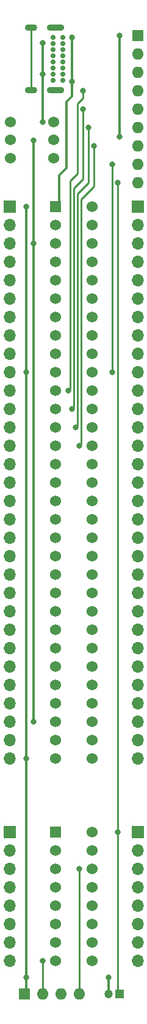
<source format=gbr>
G04 #@! TF.GenerationSoftware,KiCad,Pcbnew,(5.1.8)-1*
G04 #@! TF.CreationDate,2022-11-03T13:55:50-06:00*
G04 #@! TF.ProjectId,Breadboard Adapter,42726561-6462-46f6-9172-642041646170,rev?*
G04 #@! TF.SameCoordinates,Original*
G04 #@! TF.FileFunction,Copper,L2,Bot*
G04 #@! TF.FilePolarity,Positive*
%FSLAX46Y46*%
G04 Gerber Fmt 4.6, Leading zero omitted, Abs format (unit mm)*
G04 Created by KiCad (PCBNEW (5.1.8)-1) date 2022-11-03 13:55:50*
%MOMM*%
%LPD*%
G01*
G04 APERTURE LIST*
G04 #@! TA.AperFunction,ComponentPad*
%ADD10O,1.700000X1.700000*%
G04 #@! TD*
G04 #@! TA.AperFunction,ComponentPad*
%ADD11R,1.700000X1.700000*%
G04 #@! TD*
G04 #@! TA.AperFunction,ComponentPad*
%ADD12C,1.524000*%
G04 #@! TD*
G04 #@! TA.AperFunction,ComponentPad*
%ADD13O,1.600000X1.600000*%
G04 #@! TD*
G04 #@! TA.AperFunction,ComponentPad*
%ADD14R,1.600000X1.600000*%
G04 #@! TD*
G04 #@! TA.AperFunction,ComponentPad*
%ADD15R,1.524000X1.524000*%
G04 #@! TD*
G04 #@! TA.AperFunction,ComponentPad*
%ADD16O,1.700000X0.900000*%
G04 #@! TD*
G04 #@! TA.AperFunction,ComponentPad*
%ADD17O,2.400000X0.900000*%
G04 #@! TD*
G04 #@! TA.AperFunction,ComponentPad*
%ADD18C,0.700000*%
G04 #@! TD*
G04 #@! TA.AperFunction,ComponentPad*
%ADD19C,1.200000*%
G04 #@! TD*
G04 #@! TA.AperFunction,ComponentPad*
%ADD20R,1.200000X1.200000*%
G04 #@! TD*
G04 #@! TA.AperFunction,ViaPad*
%ADD21C,0.800000*%
G04 #@! TD*
G04 #@! TA.AperFunction,Conductor*
%ADD22C,0.250000*%
G04 #@! TD*
G04 #@! TA.AperFunction,Conductor*
%ADD23C,0.330200*%
G04 #@! TD*
G04 APERTURE END LIST*
D10*
G04 #@! TO.P,J6,8*
G04 #@! TO.N,/SPK_OUT*
X111760000Y-142240000D03*
G04 #@! TO.P,J6,7*
G04 #@! TO.N,/SPK_GO*
X111760000Y-139700000D03*
G04 #@! TO.P,J6,6*
G04 #@! TO.N,/HF_PCLK*
X111760000Y-137160000D03*
G04 #@! TO.P,J6,5*
G04 #@! TO.N,/DRQ0*
X111760000Y-134620000D03*
G04 #@! TO.P,J6,4*
G04 #@! TO.N,/HOLDA*
X111760000Y-132080000D03*
G04 #@! TO.P,J6,3*
G04 #@! TO.N,/HOLD*
X111760000Y-129540000D03*
G04 #@! TO.P,J6,2*
G04 #@! TO.N,/READY*
X111760000Y-127000000D03*
D11*
G04 #@! TO.P,J6,1*
G04 #@! TO.N,/RESET*
X111760000Y-124460000D03*
G04 #@! TD*
D10*
G04 #@! TO.P,J5,8*
G04 #@! TO.N,/NMI*
X93980000Y-142240000D03*
G04 #@! TO.P,J5,7*
G04 #@! TO.N,/PIN7*
X93980000Y-139700000D03*
G04 #@! TO.P,J5,6*
G04 #@! TO.N,/IO_008X*
X93980000Y-137160000D03*
G04 #@! TO.P,J5,5*
G04 #@! TO.N,/IO_006X*
X93980000Y-134620000D03*
G04 #@! TO.P,J5,4*
G04 #@! TO.N,/IO_004X*
X93980000Y-132080000D03*
G04 #@! TO.P,J5,3*
G04 #@! TO.N,/IO_002X*
X93980000Y-129540000D03*
G04 #@! TO.P,J5,2*
G04 #@! TO.N,/IO_000X*
X93980000Y-127000000D03*
D11*
G04 #@! TO.P,J5,1*
G04 #@! TO.N,/IRQ1*
X93980000Y-124460000D03*
G04 #@! TD*
D10*
G04 #@! TO.P,J4,31*
G04 #@! TO.N,/A0*
X111760000Y-114300000D03*
G04 #@! TO.P,J4,30*
G04 #@! TO.N,/A1*
X111760000Y-111760000D03*
G04 #@! TO.P,J4,29*
G04 #@! TO.N,/A2*
X111760000Y-109220000D03*
G04 #@! TO.P,J4,28*
G04 #@! TO.N,/A3*
X111760000Y-106680000D03*
G04 #@! TO.P,J4,27*
G04 #@! TO.N,/A4*
X111760000Y-104140000D03*
G04 #@! TO.P,J4,26*
G04 #@! TO.N,/A5*
X111760000Y-101600000D03*
G04 #@! TO.P,J4,25*
G04 #@! TO.N,/A6*
X111760000Y-99060000D03*
G04 #@! TO.P,J4,24*
G04 #@! TO.N,/A7*
X111760000Y-96520000D03*
G04 #@! TO.P,J4,23*
G04 #@! TO.N,/A8*
X111760000Y-93980000D03*
G04 #@! TO.P,J4,22*
G04 #@! TO.N,/A9*
X111760000Y-91440000D03*
G04 #@! TO.P,J4,21*
G04 #@! TO.N,/A10*
X111760000Y-88900000D03*
G04 #@! TO.P,J4,20*
G04 #@! TO.N,/A11*
X111760000Y-86360000D03*
G04 #@! TO.P,J4,19*
G04 #@! TO.N,/A12*
X111760000Y-83820000D03*
G04 #@! TO.P,J4,18*
G04 #@! TO.N,/A13*
X111760000Y-81280000D03*
G04 #@! TO.P,J4,17*
G04 #@! TO.N,/A14*
X111760000Y-78740000D03*
G04 #@! TO.P,J4,16*
G04 #@! TO.N,/A15*
X111760000Y-76200000D03*
G04 #@! TO.P,J4,15*
G04 #@! TO.N,/A16*
X111760000Y-73660000D03*
G04 #@! TO.P,J4,14*
G04 #@! TO.N,/A17*
X111760000Y-71120000D03*
G04 #@! TO.P,J4,13*
G04 #@! TO.N,/A18*
X111760000Y-68580000D03*
G04 #@! TO.P,J4,12*
G04 #@! TO.N,/A19*
X111760000Y-66040000D03*
G04 #@! TO.P,J4,11*
G04 #@! TO.N,/AEN*
X111760000Y-63500000D03*
G04 #@! TO.P,J4,10*
G04 #@! TO.N,/RDY1*
X111760000Y-60960000D03*
G04 #@! TO.P,J4,9*
G04 #@! TO.N,/D0*
X111760000Y-58420000D03*
G04 #@! TO.P,J4,8*
G04 #@! TO.N,/D1*
X111760000Y-55880000D03*
G04 #@! TO.P,J4,7*
G04 #@! TO.N,/D2*
X111760000Y-53340000D03*
G04 #@! TO.P,J4,6*
G04 #@! TO.N,/D3*
X111760000Y-50800000D03*
G04 #@! TO.P,J4,5*
G04 #@! TO.N,/D4*
X111760000Y-48260000D03*
G04 #@! TO.P,J4,4*
G04 #@! TO.N,/D5*
X111760000Y-45720000D03*
G04 #@! TO.P,J4,3*
G04 #@! TO.N,/D6*
X111760000Y-43180000D03*
G04 #@! TO.P,J4,2*
G04 #@! TO.N,/D7*
X111760000Y-40640000D03*
D11*
G04 #@! TO.P,J4,1*
G04 #@! TO.N,/CH_CK*
X111760000Y-38100000D03*
G04 #@! TD*
D10*
G04 #@! TO.P,J3,31*
G04 #@! TO.N,/GND*
X93980000Y-114300000D03*
G04 #@! TO.P,J3,30*
G04 #@! TO.N,/OSC88*
X93980000Y-111760000D03*
G04 #@! TO.P,J3,29*
G04 #@! TO.N,/5+*
X93980000Y-109220000D03*
G04 #@! TO.P,J3,28*
G04 #@! TO.N,/ALE*
X93980000Y-106680000D03*
G04 #@! TO.P,J3,27*
G04 #@! TO.N,/TC*
X93980000Y-104140000D03*
G04 #@! TO.P,J3,26*
G04 #@! TO.N,/DACK2*
X93980000Y-101600000D03*
G04 #@! TO.P,J3,25*
G04 #@! TO.N,/IRQ3*
X93980000Y-99060000D03*
G04 #@! TO.P,J3,24*
G04 #@! TO.N,/IRQ4*
X93980000Y-96520000D03*
G04 #@! TO.P,J3,23*
G04 #@! TO.N,/IRQ5*
X93980000Y-93980000D03*
G04 #@! TO.P,J3,22*
G04 #@! TO.N,/IRQ6*
X93980000Y-91440000D03*
G04 #@! TO.P,J3,21*
G04 #@! TO.N,/IRQ7*
X93980000Y-88900000D03*
G04 #@! TO.P,J3,20*
G04 #@! TO.N,/CLK88*
X93980000Y-86360000D03*
G04 #@! TO.P,J3,19*
G04 #@! TO.N,/REFRQ*
X93980000Y-83820000D03*
G04 #@! TO.P,J3,18*
G04 #@! TO.N,/DRQ1*
X93980000Y-81280000D03*
G04 #@! TO.P,J3,17*
G04 #@! TO.N,/DACK1*
X93980000Y-78740000D03*
G04 #@! TO.P,J3,16*
G04 #@! TO.N,/DRQ3*
X93980000Y-76200000D03*
G04 #@! TO.P,J3,15*
G04 #@! TO.N,/DACK3*
X93980000Y-73660000D03*
G04 #@! TO.P,J3,14*
G04 #@! TO.N,/IORD*
X93980000Y-71120000D03*
G04 #@! TO.P,J3,13*
G04 #@! TO.N,/IOWR*
X93980000Y-68580000D03*
G04 #@! TO.P,J3,12*
G04 #@! TO.N,/MRD*
X93980000Y-66040000D03*
G04 #@! TO.P,J3,11*
G04 #@! TO.N,/MWR*
X93980000Y-63500000D03*
G04 #@! TO.P,J3,10*
G04 #@! TO.N,/GND*
X93980000Y-60960000D03*
G04 #@! TO.P,J3,9*
G04 #@! TO.N,/12+*
X93980000Y-58420000D03*
G04 #@! TO.P,J3,8*
G04 #@! TO.N,/NC*
X93980000Y-55880000D03*
G04 #@! TO.P,J3,7*
G04 #@! TO.N,/12-*
X93980000Y-53340000D03*
G04 #@! TO.P,J3,6*
G04 #@! TO.N,/DRQ2*
X93980000Y-50800000D03*
G04 #@! TO.P,J3,5*
G04 #@! TO.N,/5-*
X93980000Y-48260000D03*
G04 #@! TO.P,J3,4*
G04 #@! TO.N,/IRQ2*
X93980000Y-45720000D03*
G04 #@! TO.P,J3,3*
G04 #@! TO.N,/5+*
X93980000Y-43180000D03*
G04 #@! TO.P,J3,2*
G04 #@! TO.N,/RESOUT*
X93980000Y-40640000D03*
D11*
G04 #@! TO.P,J3,1*
G04 #@! TO.N,/GND*
X93980000Y-38100000D03*
G04 #@! TD*
D12*
G04 #@! TO.P,SW1,6*
G04 #@! TO.N,Net-(SW1-Pad6)*
X94076000Y-31416000D03*
G04 #@! TO.P,SW1,5*
G04 #@! TO.N,Net-(SW1-Pad5)*
X94076000Y-28916000D03*
G04 #@! TO.P,SW1,4*
G04 #@! TO.N,Net-(SW1-Pad4)*
X94076000Y-26416000D03*
G04 #@! TO.P,SW1,3*
G04 #@! TO.N,/POWER_SUPPLY*
X100076000Y-26416000D03*
G04 #@! TO.P,SW1,2*
G04 #@! TO.N,/5+*
X100076000Y-28916000D03*
G04 #@! TO.P,SW1,1*
G04 #@! TO.N,Net-(SW1-Pad1)*
X100076000Y-31416000D03*
G04 #@! TD*
D13*
G04 #@! TO.P,RN2,4*
G04 #@! TO.N,/HOLD*
X103632000Y-146812000D03*
G04 #@! TO.P,RN2,3*
G04 #@! TO.N,Net-(RN2-Pad3)*
X101092000Y-146812000D03*
G04 #@! TO.P,RN2,2*
G04 #@! TO.N,/NMI*
X98552000Y-146812000D03*
D14*
G04 #@! TO.P,RN2,1*
G04 #@! TO.N,/GND*
X96012000Y-146812000D03*
G04 #@! TD*
D13*
G04 #@! TO.P,RN1,9*
G04 #@! TO.N,/RESET*
X111760000Y-34798000D03*
G04 #@! TO.P,RN1,8*
G04 #@! TO.N,/RDY1*
X111760000Y-32258000D03*
G04 #@! TO.P,RN1,7*
G04 #@! TO.N,/IORD*
X111760000Y-29718000D03*
G04 #@! TO.P,RN1,6*
G04 #@! TO.N,/IOWR*
X111760000Y-27178000D03*
G04 #@! TO.P,RN1,5*
G04 #@! TO.N,/MRD*
X111760000Y-24638000D03*
G04 #@! TO.P,RN1,4*
G04 #@! TO.N,/MWR*
X111760000Y-22098000D03*
G04 #@! TO.P,RN1,3*
G04 #@! TO.N,Net-(RN1-Pad3)*
X111760000Y-19558000D03*
G04 #@! TO.P,RN1,2*
G04 #@! TO.N,Net-(RN1-Pad2)*
X111760000Y-17018000D03*
D14*
G04 #@! TO.P,RN1,1*
G04 #@! TO.N,/5+*
X111760000Y-14478000D03*
G04 #@! TD*
D12*
G04 #@! TO.P,J9,62*
G04 #@! TO.N,/A0*
X105410000Y-114300000D03*
G04 #@! TO.P,J9,61*
G04 #@! TO.N,/A1*
X105410000Y-111760000D03*
G04 #@! TO.P,J9,60*
G04 #@! TO.N,/A2*
X105410000Y-109220000D03*
G04 #@! TO.P,J9,59*
G04 #@! TO.N,/A3*
X105410000Y-106680000D03*
G04 #@! TO.P,J9,58*
G04 #@! TO.N,/A4*
X105410000Y-104140000D03*
G04 #@! TO.P,J9,57*
G04 #@! TO.N,/A5*
X105410000Y-101600000D03*
G04 #@! TO.P,J9,56*
G04 #@! TO.N,/A6*
X105410000Y-99060000D03*
G04 #@! TO.P,J9,55*
G04 #@! TO.N,/A7*
X105410000Y-96520000D03*
G04 #@! TO.P,J9,54*
G04 #@! TO.N,/A8*
X105410000Y-93980000D03*
G04 #@! TO.P,J9,53*
G04 #@! TO.N,/A9*
X105410000Y-91440000D03*
G04 #@! TO.P,J9,52*
G04 #@! TO.N,/A10*
X105410000Y-88900000D03*
G04 #@! TO.P,J9,51*
G04 #@! TO.N,/A11*
X105410000Y-86360000D03*
G04 #@! TO.P,J9,50*
G04 #@! TO.N,/A12*
X105410000Y-83820000D03*
G04 #@! TO.P,J9,49*
G04 #@! TO.N,/A13*
X105410000Y-81280000D03*
G04 #@! TO.P,J9,48*
G04 #@! TO.N,/A14*
X105410000Y-78740000D03*
G04 #@! TO.P,J9,47*
G04 #@! TO.N,/A15*
X105410000Y-76200000D03*
G04 #@! TO.P,J9,46*
G04 #@! TO.N,/A16*
X105410000Y-73660000D03*
G04 #@! TO.P,J9,45*
G04 #@! TO.N,/A17*
X105410000Y-71120000D03*
G04 #@! TO.P,J9,44*
G04 #@! TO.N,/A18*
X105410000Y-68580000D03*
G04 #@! TO.P,J9,43*
G04 #@! TO.N,/A19*
X105410000Y-66040000D03*
G04 #@! TO.P,J9,42*
G04 #@! TO.N,/AEN*
X105410000Y-63500000D03*
G04 #@! TO.P,J9,41*
G04 #@! TO.N,/RDY1*
X105410000Y-60960000D03*
G04 #@! TO.P,J9,40*
G04 #@! TO.N,/D0*
X105410000Y-58420000D03*
G04 #@! TO.P,J9,39*
G04 #@! TO.N,/D1*
X105410000Y-55880000D03*
G04 #@! TO.P,J9,38*
G04 #@! TO.N,/D2*
X105410000Y-53340000D03*
G04 #@! TO.P,J9,37*
G04 #@! TO.N,/D3*
X105410000Y-50800000D03*
G04 #@! TO.P,J9,36*
G04 #@! TO.N,/D4*
X105410000Y-48260000D03*
G04 #@! TO.P,J9,35*
G04 #@! TO.N,/D5*
X105410000Y-45720000D03*
G04 #@! TO.P,J9,34*
G04 #@! TO.N,/D6*
X105410000Y-43180000D03*
G04 #@! TO.P,J9,33*
G04 #@! TO.N,/D7*
X105410000Y-40640000D03*
G04 #@! TO.P,J9,32*
G04 #@! TO.N,/CH_CK*
X105410000Y-38100000D03*
G04 #@! TO.P,J9,31*
G04 #@! TO.N,/GND*
X100330000Y-114300000D03*
G04 #@! TO.P,J9,30*
G04 #@! TO.N,/OSC88*
X100330000Y-111760000D03*
G04 #@! TO.P,J9,29*
G04 #@! TO.N,/5+*
X100330000Y-109220000D03*
G04 #@! TO.P,J9,28*
G04 #@! TO.N,/ALE*
X100330000Y-106680000D03*
G04 #@! TO.P,J9,27*
G04 #@! TO.N,/TC*
X100330000Y-104140000D03*
G04 #@! TO.P,J9,26*
G04 #@! TO.N,/DACK2*
X100330000Y-101600000D03*
G04 #@! TO.P,J9,25*
G04 #@! TO.N,/IRQ3*
X100330000Y-99060000D03*
G04 #@! TO.P,J9,24*
G04 #@! TO.N,/IRQ4*
X100330000Y-96520000D03*
G04 #@! TO.P,J9,23*
G04 #@! TO.N,/IRQ5*
X100330000Y-93980000D03*
G04 #@! TO.P,J9,22*
G04 #@! TO.N,/IRQ6*
X100330000Y-91440000D03*
G04 #@! TO.P,J9,21*
G04 #@! TO.N,/IRQ7*
X100330000Y-88900000D03*
G04 #@! TO.P,J9,20*
G04 #@! TO.N,/CLK88*
X100330000Y-86360000D03*
G04 #@! TO.P,J9,19*
G04 #@! TO.N,/REFRQ*
X100330000Y-83820000D03*
G04 #@! TO.P,J9,18*
G04 #@! TO.N,/DRQ1*
X100330000Y-81280000D03*
G04 #@! TO.P,J9,17*
G04 #@! TO.N,/DACK1*
X100330000Y-78740000D03*
G04 #@! TO.P,J9,16*
G04 #@! TO.N,/DRQ3*
X100330000Y-76200000D03*
G04 #@! TO.P,J9,15*
G04 #@! TO.N,/DACK3*
X100330000Y-73660000D03*
G04 #@! TO.P,J9,14*
G04 #@! TO.N,/IORD*
X100330000Y-71120000D03*
G04 #@! TO.P,J9,13*
G04 #@! TO.N,/IOWR*
X100330000Y-68580000D03*
G04 #@! TO.P,J9,12*
G04 #@! TO.N,/MRD*
X100330000Y-66040000D03*
G04 #@! TO.P,J9,11*
G04 #@! TO.N,/MWR*
X100330000Y-63500000D03*
G04 #@! TO.P,J9,10*
G04 #@! TO.N,/GND*
X100330000Y-60960000D03*
G04 #@! TO.P,J9,9*
G04 #@! TO.N,/12+*
X100330000Y-58420000D03*
G04 #@! TO.P,J9,8*
G04 #@! TO.N,/NC*
X100330000Y-55880000D03*
G04 #@! TO.P,J9,7*
G04 #@! TO.N,/12-*
X100330000Y-53340000D03*
G04 #@! TO.P,J9,6*
G04 #@! TO.N,/DRQ2*
X100330000Y-50800000D03*
G04 #@! TO.P,J9,5*
G04 #@! TO.N,/5-*
X100330000Y-48260000D03*
G04 #@! TO.P,J9,4*
G04 #@! TO.N,/IRQ2*
X100330000Y-45720000D03*
G04 #@! TO.P,J9,3*
G04 #@! TO.N,/5+*
X100330000Y-43180000D03*
G04 #@! TO.P,J9,2*
G04 #@! TO.N,/RESOUT*
X100330000Y-40640000D03*
D15*
G04 #@! TO.P,J9,1*
G04 #@! TO.N,/GND*
X100330000Y-38100000D03*
G04 #@! TD*
D16*
G04 #@! TO.P,J2,S1*
G04 #@! TO.N,Net-(J2-PadS1)*
X96986000Y-22032000D03*
X96986000Y-13382000D03*
D17*
X100366000Y-22032000D03*
X100366000Y-13382000D03*
D18*
G04 #@! TO.P,J2,B6*
G04 #@! TO.N,Net-(J2-PadB6)*
X99996000Y-18132000D03*
G04 #@! TO.P,J2,B1*
G04 #@! TO.N,/GND*
X99996000Y-20682000D03*
G04 #@! TO.P,J2,B4*
G04 #@! TO.N,/POWER_SUPPLY*
X99996000Y-19832000D03*
G04 #@! TO.P,J2,B5*
G04 #@! TO.N,Net-(J2-PadB5)*
X99996000Y-18982000D03*
G04 #@! TO.P,J2,B12*
G04 #@! TO.N,/GND*
X99996000Y-14732000D03*
G04 #@! TO.P,J2,B8*
G04 #@! TO.N,Net-(J2-PadB8)*
X99996000Y-16432000D03*
G04 #@! TO.P,J2,B7*
G04 #@! TO.N,Net-(J2-PadB7)*
X99996000Y-17282000D03*
G04 #@! TO.P,J2,B9*
G04 #@! TO.N,/POWER_SUPPLY*
X99996000Y-15582000D03*
G04 #@! TO.P,J2,A12*
G04 #@! TO.N,/GND*
X101346000Y-20682000D03*
G04 #@! TO.P,J2,A9*
G04 #@! TO.N,/POWER_SUPPLY*
X101346000Y-19832000D03*
G04 #@! TO.P,J2,A8*
G04 #@! TO.N,Net-(J2-PadA8)*
X101346000Y-18982000D03*
G04 #@! TO.P,J2,A7*
G04 #@! TO.N,Net-(J2-PadA7)*
X101346000Y-18132000D03*
G04 #@! TO.P,J2,A6*
G04 #@! TO.N,Net-(J2-PadA6)*
X101346000Y-17282000D03*
G04 #@! TO.P,J2,A5*
G04 #@! TO.N,Net-(J2-PadA5)*
X101346000Y-16432000D03*
G04 #@! TO.P,J2,A4*
G04 #@! TO.N,/POWER_SUPPLY*
X101346000Y-15582000D03*
G04 #@! TO.P,J2,A1*
G04 #@! TO.N,/GND*
X101346000Y-14732000D03*
G04 #@! TD*
D12*
G04 #@! TO.P,J1,16*
G04 #@! TO.N,/RESET*
X105410000Y-124460000D03*
G04 #@! TO.P,J1,15*
G04 #@! TO.N,/READY*
X105410000Y-127000000D03*
D15*
G04 #@! TO.P,J1,1*
G04 #@! TO.N,/IRQ1*
X100330000Y-124460000D03*
D12*
G04 #@! TO.P,J1,2*
G04 #@! TO.N,/IO_000X*
X100330000Y-127000000D03*
G04 #@! TO.P,J1,3*
G04 #@! TO.N,/IO_002X*
X100330000Y-129540000D03*
G04 #@! TO.P,J1,4*
G04 #@! TO.N,/IO_004X*
X100330000Y-132080000D03*
G04 #@! TO.P,J1,5*
G04 #@! TO.N,/IO_006X*
X100330000Y-134620000D03*
G04 #@! TO.P,J1,6*
G04 #@! TO.N,/IO_008X*
X100330000Y-137160000D03*
G04 #@! TO.P,J1,7*
G04 #@! TO.N,/PIN7*
X100330000Y-139700000D03*
G04 #@! TO.P,J1,8*
G04 #@! TO.N,/NMI*
X100330000Y-142240000D03*
G04 #@! TO.P,J1,9*
G04 #@! TO.N,/SPK_OUT*
X105410000Y-142240000D03*
G04 #@! TO.P,J1,10*
G04 #@! TO.N,/SPK_GO*
X105410000Y-139700000D03*
G04 #@! TO.P,J1,11*
G04 #@! TO.N,/HF_PCLK*
X105410000Y-137160000D03*
G04 #@! TO.P,J1,12*
G04 #@! TO.N,/DRQ0*
X105410000Y-134620000D03*
G04 #@! TO.P,J1,13*
G04 #@! TO.N,/HOLDA*
X105410000Y-132080000D03*
G04 #@! TO.P,J1,14*
G04 #@! TO.N,/HOLD*
X105410000Y-129540000D03*
G04 #@! TD*
D19*
G04 #@! TO.P,C1,2*
G04 #@! TO.N,/GND*
X107696000Y-146812000D03*
D20*
G04 #@! TO.P,C1,1*
G04 #@! TO.N,/RESET*
X109196000Y-146812000D03*
G04 #@! TD*
D21*
G04 #@! TO.N,/RESET*
X108966000Y-34798000D03*
X108966000Y-124460000D03*
G04 #@! TO.N,/GND*
X102616000Y-14732000D03*
X102616000Y-20828000D03*
X96266000Y-38100000D03*
X96266000Y-114300000D03*
X96266000Y-60960000D03*
X96266000Y-144526000D03*
X107696000Y-144526000D03*
G04 #@! TO.N,/NMI*
X98552000Y-142240000D03*
G04 #@! TO.N,/HOLD*
X103632000Y-129540000D03*
G04 #@! TO.N,/POWER_SUPPLY*
X98552000Y-26416000D03*
X98552000Y-19812000D03*
X98552000Y-15494000D03*
G04 #@! TO.N,/RDY1*
X108204000Y-60960000D03*
X108204000Y-32258000D03*
G04 #@! TO.N,/5+*
X97282000Y-43180000D03*
X97282000Y-28956000D03*
X97282000Y-109220000D03*
X109220000Y-28448000D03*
X109220000Y-14478000D03*
G04 #@! TO.N,/IORD*
X103632000Y-71120000D03*
X105664000Y-29718000D03*
G04 #@! TO.N,/IOWR*
X103124000Y-68580000D03*
X104902000Y-27178000D03*
G04 #@! TO.N,/MRD*
X102616000Y-66040000D03*
X104140000Y-24638000D03*
G04 #@! TO.N,/MWR*
X102108000Y-63500000D03*
X104140000Y-22098000D03*
G04 #@! TD*
D22*
G04 #@! TO.N,/RESET*
X108966000Y-34798000D02*
X108966000Y-124460000D01*
X108966000Y-146582000D02*
X108966000Y-124460000D01*
X109196000Y-146812000D02*
X108966000Y-146582000D01*
D23*
G04 #@! TO.N,/GND*
X102616000Y-14732000D02*
X102616000Y-14732000D01*
X102616000Y-22860000D02*
X102616000Y-20828000D01*
X101854000Y-23622000D02*
X102616000Y-22860000D01*
X101854000Y-32766000D02*
X101854000Y-23622000D01*
X100838000Y-33782000D02*
X101854000Y-32766000D01*
X100838000Y-37592000D02*
X100838000Y-33782000D01*
X100330000Y-38100000D02*
X100838000Y-37592000D01*
X102616000Y-20828000D02*
X102616000Y-14732000D01*
X96266000Y-146558000D02*
X96012000Y-146812000D01*
X96266000Y-38100000D02*
X96266000Y-60960000D01*
X96266000Y-114300000D02*
X96266000Y-144526000D01*
X96266000Y-60960000D02*
X96266000Y-114300000D01*
X96266000Y-144526000D02*
X96266000Y-146558000D01*
X107696000Y-144526000D02*
X107696000Y-146812000D01*
D22*
G04 #@! TO.N,/NMI*
X98552000Y-146812000D02*
X98552000Y-142240000D01*
X98552000Y-142240000D02*
X98552000Y-142240000D01*
G04 #@! TO.N,/HOLD*
X103632000Y-146812000D02*
X103632000Y-129540000D01*
X103632000Y-129540000D02*
X103632000Y-129540000D01*
G04 #@! TO.N,Net-(J2-PadS1)*
X96986000Y-13382000D02*
X96986000Y-22032000D01*
D23*
G04 #@! TO.N,/POWER_SUPPLY*
X98552000Y-26416000D02*
X98552000Y-26416000D01*
X98552000Y-19812000D02*
X98552000Y-26416000D01*
X98552000Y-19812000D02*
X98552000Y-15494000D01*
D22*
G04 #@! TO.N,/RDY1*
X108204000Y-60960000D02*
X108204000Y-32258000D01*
D23*
G04 #@! TO.N,/5+*
X97282000Y-43180000D02*
X97282000Y-28956000D01*
X97282000Y-28956000D02*
X97282000Y-28956000D01*
X97282000Y-43180000D02*
X97282000Y-109220000D01*
X97282000Y-109220000D02*
X97282000Y-109220000D01*
X109220000Y-28448000D02*
X109220000Y-14478000D01*
X109220000Y-14478000D02*
X109220000Y-14478000D01*
D22*
G04 #@! TO.N,/IORD*
X103886000Y-37084000D02*
X105664000Y-35306000D01*
X103886000Y-70866000D02*
X103886000Y-37084000D01*
X103632000Y-71120000D02*
X103886000Y-70866000D01*
X105664000Y-35306000D02*
X105664000Y-29718000D01*
X105664000Y-29718000D02*
X105664000Y-29718000D01*
G04 #@! TO.N,/IOWR*
X103378000Y-36322000D02*
X104902000Y-34798000D01*
X103378000Y-68326000D02*
X103378000Y-36322000D01*
X103124000Y-68580000D02*
X103378000Y-68326000D01*
X104902000Y-34798000D02*
X104902000Y-27178000D01*
X104902000Y-27178000D02*
X104902000Y-27178000D01*
G04 #@! TO.N,/MRD*
X102616000Y-66040000D02*
X102870000Y-65786000D01*
X102870000Y-65786000D02*
X102870000Y-35560000D01*
X102870000Y-35560000D02*
X104140000Y-34290000D01*
X104140000Y-34290000D02*
X104140000Y-24638000D01*
G04 #@! TO.N,/MWR*
X102362000Y-34544000D02*
X103378000Y-33528000D01*
X102362000Y-63246000D02*
X102362000Y-34544000D01*
X102108000Y-63500000D02*
X102362000Y-63246000D01*
X103378000Y-33528000D02*
X103378000Y-23876000D01*
X103378000Y-23876000D02*
X104140000Y-23114000D01*
X104140000Y-23114000D02*
X104140000Y-22098000D01*
X104140000Y-22098000D02*
X104140000Y-22098000D01*
G04 #@! TD*
M02*

</source>
